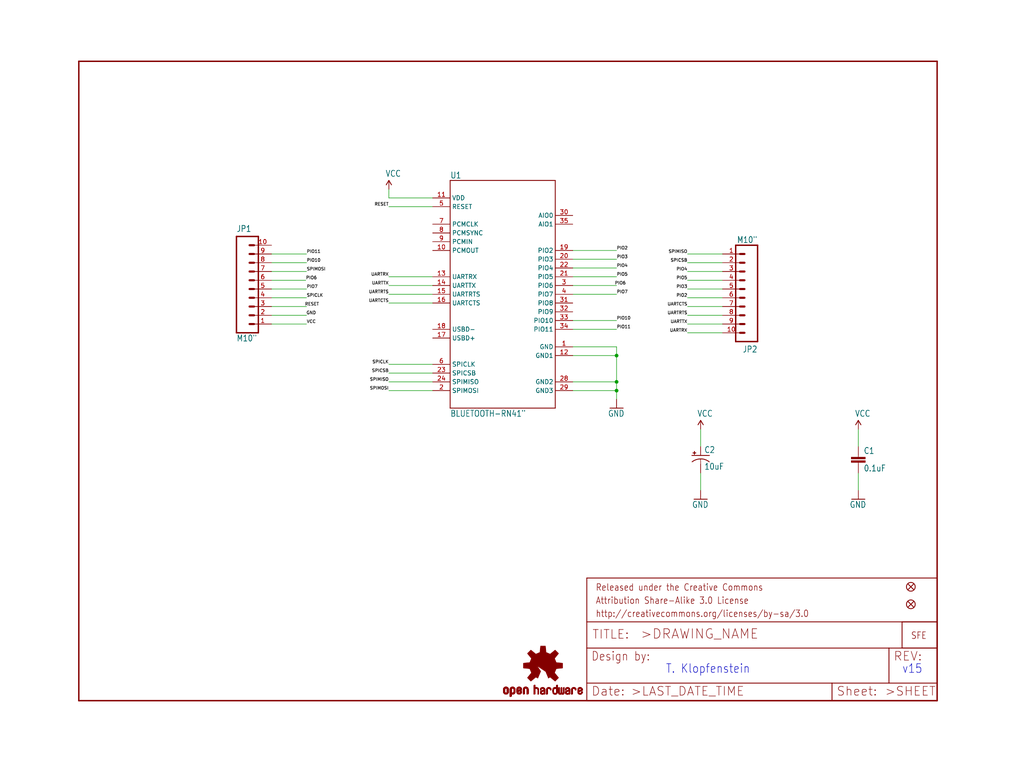
<source format=kicad_sch>
(kicad_sch (version 20211123) (generator eeschema)
  (paper "User" 297.002 223.926)
  (lib_symbols
    (symbol "schematicEagle-eagle-import:BLUETOOTH-RN41{dblquote}"
      (property "Value" "BLUETOOTH-RN41{dblquote}" (at -15.24 -35.56 0))
      (symbol "BLUETOOTH-RN41{dblquote}_1_0"
        (pin bidirectional line (at 20.32 -15.24 180) (length 5.08) (name "GND") (number "1"))
        (pin bidirectional line (at -20.32 12.7 0) (length 5.08) (name "PCMOUT") (number "10"))
        (pin bidirectional line (at -20.32 27.94 0) (length 5.08) (name "VDD") (number "11"))
        (pin bidirectional line (at 20.32 -17.78 180) (length 5.08) (name "GND1") (number "12"))
        (pin bidirectional line (at -20.32 5.08 0) (length 5.08) (name "UARTRX") (number "13"))
        (pin bidirectional line (at -20.32 2.54 0) (length 5.08) (name "UARTTX") (number "14"))
        (pin bidirectional line (at -20.32 0 0) (length 5.08) (name "UARTRTS") (number "15"))
        (pin bidirectional line (at -20.32 -2.54 0) (length 5.08) (name "UARTCTS") (number "16"))
        (pin bidirectional line (at -20.32 -12.7 0) (length 5.08) (name "USBD+") (number "17"))
        (pin bidirectional line (at -20.32 -10.16 0) (length 5.08) (name "USBD-") (number "18"))
        (pin bidirectional line (at 20.32 12.7 180) (length 5.08) (name "PIO2") (number "19"))
        (pin bidirectional line (at -20.32 -27.94 0) (length 5.08) (name "SPIMOSI") (number "2"))
        (pin bidirectional line (at 20.32 10.16 180) (length 5.08) (name "PIO3") (number "20"))
        (pin bidirectional line (at 20.32 5.08 180) (length 5.08) (name "PIO5") (number "21"))
        (pin bidirectional line (at 20.32 7.62 180) (length 5.08) (name "PIO4") (number "22"))
        (pin bidirectional line (at -20.32 -22.86 0) (length 5.08) (name "SPICSB") (number "23"))
        (pin bidirectional line (at -20.32 -25.4 0) (length 5.08) (name "SPIMISO") (number "24"))
        (pin bidirectional line (at 20.32 -25.4 180) (length 5.08) (name "GND2") (number "28"))
        (pin bidirectional line (at 20.32 -27.94 180) (length 5.08) (name "GND3") (number "29"))
        (pin bidirectional line (at 20.32 2.54 180) (length 5.08) (name "PIO6") (number "3"))
        (pin bidirectional line (at 20.32 22.86 180) (length 5.08) (name "AIO0") (number "30"))
        (pin bidirectional line (at 20.32 -2.54 180) (length 5.08) (name "PIO8") (number "31"))
        (pin bidirectional line (at 20.32 -5.08 180) (length 5.08) (name "PIO9") (number "32"))
        (pin bidirectional line (at 20.32 -7.62 180) (length 5.08) (name "PIO10") (number "33"))
        (pin bidirectional line (at 20.32 -10.16 180) (length 5.08) (name "PIO11") (number "34"))
        (pin bidirectional line (at 20.32 20.32 180) (length 5.08) (name "AIO1") (number "35"))
        (pin bidirectional line (at 20.32 0 180) (length 5.08) (name "PIO7") (number "4"))
        (pin bidirectional line (at -20.32 25.4 0) (length 5.08) (name "RESET") (number "5"))
        (pin bidirectional line (at -20.32 -20.32 0) (length 5.08) (name "SPICLK") (number "6"))
        (pin bidirectional line (at -20.32 20.32 0) (length 5.08) (name "PCMCLK") (number "7"))
        (pin bidirectional line (at -20.32 17.78 0) (length 5.08) (name "PCMSYNC") (number "8"))
        (pin bidirectional line (at -20.32 15.24 0) (length 5.08) (name "PCMIN") (number "9"))
      )
    )
    (symbol "schematicEagle-eagle-import:CAP0603-CAP"
      (property "Reference" "C" (at 1.524 2.921 0))
      (property "Value" "CAP0603-CAP" (at 1.524 -2.159 0))
      (symbol "CAP0603-CAP_1_0"
        (pin passive line (at 0 5.08 270) (length 2.54) (name "1") (number "1"))
        (pin passive line (at 0 -2.54 90) (length 2.54) (name "2") (number "2"))
      )
    )
    (symbol "schematicEagle-eagle-import:CAP_POL1206"
      (property "Reference" "C" (at 1.016 0.635 0))
      (property "Value" "CAP_POL1206" (at 1.016 -4.191 0))
      (symbol "CAP_POL1206_1_0"
        (pin passive line (at 0 2.54 270) (length 2.54) (name "+") (number "A"))
        (pin passive line (at 0 -5.08 90) (length 2.54) (name "-") (number "C"))
      )
    )
    (symbol "schematicEagle-eagle-import:FIDUCIALUFIDUCIAL")
    (symbol "schematicEagle-eagle-import:FRAME-LETTER"
      (symbol "FRAME-LETTER_2_0"
        (text ">DRAWING_NAME" (at 15.494 17.78 0) (effects (font (size 2.7432 2.7432)) (justify left bottom)))
        (text ">LAST_DATE_TIME" (at 12.7 1.27 0) (effects (font (size 2.54 2.54)) (justify left bottom)))
        (text ">SHEET" (at 86.36 1.27 0) (effects (font (size 2.54 2.54)) (justify left bottom)))
        (text "Attribution Share-Alike 3.0 License" (at 2.54 27.94 0) (effects (font (size 1.9304 1.6408)) (justify left bottom)))
        (text "Date:" (at 1.27 1.27 0) (effects (font (size 2.54 2.54)) (justify left bottom)))
        (text "Design by:" (at 1.27 11.43 0) (effects (font (size 2.54 2.159)) (justify left bottom)))
        (text "http://creativecommons.org/licenses/by-sa/3.0" (at 2.54 24.13 0) (effects (font (size 1.9304 1.6408)) (justify left bottom)))
        (text "Released under the Creative Commons" (at 2.54 31.75 0) (effects (font (size 1.9304 1.6408)) (justify left bottom)))
        (text "REV:" (at 88.9 11.43 0) (effects (font (size 2.54 2.54)) (justify left bottom)))
        (text "Sheet:" (at 72.39 1.27 0) (effects (font (size 2.54 2.54)) (justify left bottom)))
        (text "TITLE:" (at 1.524 17.78 0) (effects (font (size 2.54 2.54)) (justify left bottom)))
      )
    )
    (symbol "schematicEagle-eagle-import:GND" (power)
      (property "Value" "GND" (at -2.54 -2.54 0))
      (symbol "GND_1_0"
        (pin power_in line (at 0 2.54 270) (length 2.54) (name "GND") (number "1"))
      )
    )
    (symbol "schematicEagle-eagle-import:LOGO-SFENEW"
      (symbol "LOGO-SFENEW_1_0"
        (text "SFE" (at 0 0 0) (effects (font (size 1.9304 1.6408)) (justify left bottom)))
      )
    )
    (symbol "schematicEagle-eagle-import:M10{dblquote}"
      (property "Reference" "JP" (at 0 8.89 0))
      (property "Value" "M10{dblquote}" (at 0 -22.86 0))
      (symbol "M10{dblquote}_1_0"
        (pin passive line (at 10.16 -17.78 180) (length 5.08) (name "1") (number "1"))
        (pin passive line (at 10.16 5.08 180) (length 5.08) (name "10") (number "10"))
        (pin passive line (at 10.16 -15.24 180) (length 5.08) (name "2") (number "2"))
        (pin passive line (at 10.16 -12.7 180) (length 5.08) (name "3") (number "3"))
        (pin passive line (at 10.16 -10.16 180) (length 5.08) (name "4") (number "4"))
        (pin passive line (at 10.16 -7.62 180) (length 5.08) (name "5") (number "5"))
        (pin passive line (at 10.16 -5.08 180) (length 5.08) (name "6") (number "6"))
        (pin passive line (at 10.16 -2.54 180) (length 5.08) (name "7") (number "7"))
        (pin passive line (at 10.16 0 180) (length 5.08) (name "8") (number "8"))
        (pin passive line (at 10.16 2.54 180) (length 5.08) (name "9") (number "9"))
      )
    )
    (symbol "schematicEagle-eagle-import:OSHW-LOGOS")
    (symbol "schematicEagle-eagle-import:VCC" (power)
      (property "Value" "VCC" (at -1.016 3.556 0))
      (symbol "VCC_1_0"
        (pin power_in line (at 0 0 90) (length 2.54) (name "VCC") (number "1"))
      )
    )
  )
  (junction (at 178.816 113.284))
  (junction (at 178.816 103.124))
  (junction (at 178.816 110.744))
  (wire (pts (xy 125.476 110.744) (xy 112.776 110.744)))
  (wire (pts (xy 125.476 108.204) (xy 112.776 108.204)))
  (wire (pts (xy 209.55 96.52) (xy 199.39 96.52)))
  (wire (pts (xy 209.55 81.28) (xy 199.39 81.28)))
  (wire (pts (xy 209.55 86.36) (xy 199.39 86.36)))
  (wire (pts (xy 125.476 59.944) (xy 112.776 59.944)))
  (wire (pts (xy 78.74 86.36) (xy 88.9 86.36)))
  (wire (pts (xy 125.476 87.884) (xy 112.776 87.884)))
  (wire (pts (xy 209.55 73.66) (xy 199.39 73.66)))
  (wire (pts (xy 125.476 113.284) (xy 112.776 113.284)))
  (wire (pts (xy 166.116 100.584) (xy 178.816 100.584)))
  (wire (pts (xy 166.116 75.184) (xy 178.816 75.184)))
  (wire (pts (xy 166.116 77.724) (xy 178.816 77.724)))
  (wire (pts (xy 209.55 88.9) (xy 199.39 88.9)))
  (wire (pts (xy 125.476 105.664) (xy 112.776 105.664)))
  (wire (pts (xy 166.116 103.124) (xy 178.816 103.124)))
  (wire (pts (xy 178.816 100.584) (xy 178.816 103.124)))
  (wire (pts (xy 166.116 82.804) (xy 178.816 82.804)))
  (wire (pts (xy 78.74 91.44) (xy 88.9 91.44)))
  (wire (pts (xy 209.55 76.2) (xy 199.39 76.2)))
  (wire (pts (xy 209.55 78.74) (xy 199.39 78.74)))
  (wire (pts (xy 166.116 113.284) (xy 178.816 113.284)))
  (wire (pts (xy 112.776 57.404) (xy 112.776 54.864)))
  (wire (pts (xy 209.55 93.98) (xy 199.39 93.98)))
  (wire (pts (xy 125.476 57.404) (xy 112.776 57.404)))
  (wire (pts (xy 203.2 124.46) (xy 203.2 129.54)))
  (wire (pts (xy 166.116 72.644) (xy 178.816 72.644)))
  (wire (pts (xy 178.816 110.744) (xy 178.816 113.284)))
  (wire (pts (xy 78.74 83.82) (xy 88.9 83.82)))
  (wire (pts (xy 78.74 73.66) (xy 88.9 73.66)))
  (wire (pts (xy 178.816 113.284) (xy 178.816 115.824)))
  (wire (pts (xy 248.92 137.16) (xy 248.92 142.24)))
  (wire (pts (xy 125.476 85.344) (xy 112.776 85.344)))
  (wire (pts (xy 78.74 78.74) (xy 88.9 78.74)))
  (wire (pts (xy 209.55 91.44) (xy 199.39 91.44)))
  (wire (pts (xy 125.476 80.264) (xy 112.776 80.264)))
  (wire (pts (xy 178.816 103.124) (xy 178.816 110.744)))
  (wire (pts (xy 203.2 137.16) (xy 203.2 142.24)))
  (wire (pts (xy 166.116 85.344) (xy 178.816 85.344)))
  (wire (pts (xy 166.116 80.264) (xy 178.816 80.264)))
  (wire (pts (xy 78.74 76.2) (xy 88.9 76.2)))
  (wire (pts (xy 166.116 95.504) (xy 178.816 95.504)))
  (wire (pts (xy 78.74 93.98) (xy 88.9 93.98)))
  (wire (pts (xy 248.92 124.46) (xy 248.92 129.54)))
  (wire (pts (xy 78.74 81.28) (xy 88.6714 81.28)))
  (wire (pts (xy 209.55 83.82) (xy 199.39 83.82)))
  (wire (pts (xy 125.476 82.804) (xy 112.776 82.804)))
  (wire (pts (xy 166.116 110.744) (xy 178.816 110.744)))
  (wire (pts (xy 78.74 88.9) (xy 88.9 88.9)))
  (wire (pts (xy 166.116 92.964) (xy 178.816 92.964)))
  (text "v15" (at 261.62 195.58 180) (effects (font (size 2.54 2.159)) (justify left bottom)))
  (text "T. Klopfenstein" (at 193.04 195.58 180) (effects (font (size 2.54 2.159)) (justify left bottom)))
  (label "SPICLK" (at 88.9 86.36 0) (effects (font (size 0.889 0.889))))
  (label "RESET" (at 88.3666 88.9 0) (effects (font (size 0.889 0.889))))
  (label "PIO11" (at 178.816 95.504 0) (effects (font (size 0.889 0.889))))
  (label "PIO4" (at 178.816 77.724 0) (effects (font (size 0.889 0.889))))
  (label "PIO11" (at 88.9 73.66 0) (effects (font (size 0.889 0.889))))
  (label "PIO7" (at 88.9 83.82 0) (effects (font (size 0.889 0.889))))
  (label "PIO6" (at 178.2572 82.804 0) (effects (font (size 0.889 0.889))))
  (label "UARTRX" (at 199.39 96.52 180) (effects (font (size 0.889 0.889))))
  (label "UARTCTS" (at 199.39 88.9 180) (effects (font (size 0.889 0.889))))
  (label "SPICSB" (at 112.776 108.204 180) (effects (font (size 0.889 0.889))))
  (label "UARTRTS" (at 199.39 91.44 180) (effects (font (size 0.889 0.889))))
  (label "SPIMISO" (at 199.39 73.66 180) (effects (font (size 0.889 0.889))))
  (label "PIO5" (at 199.39 81.28 180) (effects (font (size 0.889 0.889))))
  (label "SPICLK" (at 112.776 105.664 180) (effects (font (size 0.889 0.889))))
  (label "PIO5" (at 178.816 80.264 0) (effects (font (size 0.889 0.889))))
  (label "UARTRTS" (at 112.776 85.344 180) (effects (font (size 0.889 0.889))))
  (label "UARTCTS" (at 112.776 87.884 180) (effects (font (size 0.889 0.889))))
  (label "SPIMOSI" (at 112.776 113.284 180) (effects (font (size 0.889 0.889))))
  (label "UARTTX" (at 112.776 82.804 180) (effects (font (size 0.889 0.889))))
  (label "PIO10" (at 178.816 92.964 0) (effects (font (size 0.889 0.889))))
  (label "UARTRX" (at 112.776 80.264 180) (effects (font (size 0.889 0.889))))
  (label "PIO2" (at 178.816 72.644 0) (effects (font (size 0.889 0.889))))
  (label "VCC" (at 88.9 93.98 0) (effects (font (size 0.889 0.889))))
  (label "PIO6" (at 88.6714 81.28 0) (effects (font (size 0.889 0.889))))
  (label "SPICSB" (at 199.39 76.2 180) (effects (font (size 0.889 0.889))))
  (label "PIO7" (at 178.816 85.344 0) (effects (font (size 0.889 0.889))))
  (label "UARTTX" (at 199.39 93.98 180) (effects (font (size 0.889 0.889))))
  (label "PIO3" (at 178.816 75.184 0) (effects (font (size 0.889 0.889))))
  (label "PIO4" (at 199.39 78.74 180) (effects (font (size 0.889 0.889))))
  (label "PIO3" (at 199.39 83.82 180) (effects (font (size 0.889 0.889))))
  (label "PIO2" (at 199.39 86.36 180) (effects (font (size 0.889 0.889))))
  (label "GND" (at 88.7984 91.44 0) (effects (font (size 0.889 0.889))))
  (label "PIO10" (at 88.9 76.2 0) (effects (font (size 0.889 0.889))))
  (label "RESET" (at 112.776 59.944 180) (effects (font (size 0.889 0.889))))
  (label "SPIMISO" (at 112.776 110.744 180) (effects (font (size 0.889 0.889))))
  (label "SPIMOSI" (at 88.9 78.74 0) (effects (font (size 0.889 0.889))))
  (symbol (lib_id "schematicEagle-eagle-import:GND") (at 178.816 118.364 0) (unit 1)
    (property "Reference" "#GND1" (effects hide))
    (property "Value" "GND" (at 176.276 120.904 0) (effects (font (size 1.778 1.5113)) (justify left bottom)))
    (property "Footprint" "schematicEagle:" (effects hide))
  )
  (symbol (lib_id "schematicEagle-eagle-import:M10{dblquote}") (at 219.71 91.44 180) (unit 1)
    (property "Reference" "JP2" (at 219.71 100.33 0) (effects (font (size 1.778 1.5113)) (justify left bottom)))
    (property "Value" "M10{dblquote}" (at 219.71 68.58 0) (effects (font (size 1.778 1.5113)) (justify left bottom)))
    (property "Footprint" "schematicEagle:1X10" (effects hide))
  )
  (symbol (lib_id "schematicEagle-eagle-import:M10{dblquote}") (at 68.58 76.2 0) (unit 1)
    (property "Reference" "JP1" (at 68.58 67.31 0) (effects (font (size 1.778 1.5113)) (justify left bottom)))
    (property "Value" "M10{dblquote}" (at 68.58 99.06 0) (effects (font (size 1.778 1.5113)) (justify left bottom)))
    (property "Footprint" "schematicEagle:1X10" (effects hide))
  )
  (symbol (lib_id "schematicEagle-eagle-import:FRAME-LETTER") (at 170.18 203.2 0) (unit 2)
    (property "Reference" "FRAME1" (effects hide))
    (property "Value" "FRAME-LETTER" (effects hide))
    (property "Footprint" "schematicEagle:CREATIVE_COMMONS" (effects hide))
  )
  (symbol (lib_id "schematicEagle-eagle-import:GND") (at 203.2 144.78 0) (unit 1)
    (property "Reference" "#GND3" (effects hide))
    (property "Value" "GND" (at 200.66 147.32 0) (effects (font (size 1.778 1.5113)) (justify left bottom)))
    (property "Footprint" "schematicEagle:" (effects hide))
  )
  (symbol (lib_id "schematicEagle-eagle-import:LOGO-SFENEW") (at 264.16 185.42 0) (unit 1)
    (property "Reference" "U$1" (effects hide))
    (property "Value" "LOGO-SFENEW" (effects hide))
    (property "Footprint" "schematicEagle:SFE-NEW-WEBLOGO" (effects hide))
  )
  (symbol (lib_id "schematicEagle-eagle-import:VCC") (at 203.2 124.46 0) (unit 1)
    (property "Reference" "#P+2" (effects hide))
    (property "Value" "VCC" (at 202.184 120.904 0) (effects (font (size 1.778 1.5113)) (justify left bottom)))
    (property "Footprint" "schematicEagle:" (effects hide))
  )
  (symbol (lib_id "schematicEagle-eagle-import:CAP0603-CAP") (at 248.92 134.62 0) (unit 1)
    (property "Reference" "C1" (at 250.444 131.699 0) (effects (font (size 1.778 1.5113)) (justify left bottom)))
    (property "Value" "0.1uF" (at 250.444 136.779 0) (effects (font (size 1.778 1.5113)) (justify left bottom)))
    (property "Footprint" "schematicEagle:0603-CAP" (effects hide))
  )
  (symbol (lib_id "schematicEagle-eagle-import:GND") (at 248.92 144.78 0) (unit 1)
    (property "Reference" "#GND2" (effects hide))
    (property "Value" "GND" (at 246.38 147.32 0) (effects (font (size 1.778 1.5113)) (justify left bottom)))
    (property "Footprint" "schematicEagle:" (effects hide))
  )
  (symbol (lib_id "schematicEagle-eagle-import:FRAME-LETTER") (at 22.86 203.2 0) (unit 1)
    (property "Reference" "FRAME1" (effects hide))
    (property "Value" "FRAME-LETTER" (effects hide))
    (property "Footprint" "schematicEagle:CREATIVE_COMMONS" (effects hide))
  )
  (symbol (lib_id "schematicEagle-eagle-import:CAP_POL1206") (at 203.2 132.08 0) (unit 1)
    (property "Reference" "C2" (at 204.216 131.445 0) (effects (font (size 1.778 1.5113)) (justify left bottom)))
    (property "Value" "10uF" (at 204.216 136.271 0) (effects (font (size 1.778 1.5113)) (justify left bottom)))
    (property "Footprint" "schematicEagle:EIA3216" (effects hide))
  )
  (symbol (lib_id "schematicEagle-eagle-import:VCC") (at 248.92 124.46 0) (unit 1)
    (property "Reference" "#P+1" (effects hide))
    (property "Value" "VCC" (at 247.904 120.904 0) (effects (font (size 1.778 1.5113)) (justify left bottom)))
    (property "Footprint" "schematicEagle:" (effects hide))
  )
  (symbol (lib_id "schematicEagle-eagle-import:FIDUCIALUFIDUCIAL") (at 264.16 170.18 0) (unit 1)
    (property "Reference" "FID1" (effects hide))
    (property "Value" "FIDUCIALUFIDUCIAL" (effects hide))
    (property "Footprint" "schematicEagle:MICRO-FIDUCIAL" (effects hide))
  )
  (symbol (lib_id "schematicEagle-eagle-import:OSHW-LOGOS") (at 157.48 193.04 0) (unit 1)
    (property "Reference" "LOGO1" (effects hide))
    (property "Value" "OSHW-LOGOS" (effects hide))
    (property "Footprint" "schematicEagle:OSHW-LOGO-S" (effects hide))
  )
  (symbol (lib_id "schematicEagle-eagle-import:VCC") (at 112.776 54.864 0) (unit 1)
    (property "Reference" "#P+3" (effects hide))
    (property "Value" "VCC" (at 111.76 51.308 0) (effects (font (size 1.778 1.5113)) (justify left bottom)))
    (property "Footprint" "schematicEagle:" (effects hide))
  )
  (symbol (lib_id "schematicEagle-eagle-import:FIDUCIALUFIDUCIAL") (at 264.16 175.26 0) (unit 1)
    (property "Reference" "FID2" (effects hide))
    (property "Value" "FIDUCIALUFIDUCIAL" (effects hide))
    (property "Footprint" "schematicEagle:MICRO-FIDUCIAL" (effects hide))
  )
  (symbol (lib_id "schematicEagle-eagle-import:BLUETOOTH-RN41{dblquote}") (at 145.796 85.344 0) (unit 1)
    (property "Reference" "U1" (at 130.556 51.816 0) (effects (font (size 1.778 1.5113)) (justify left bottom)))
    (property "Value" "BLUETOOTH-RN41{dblquote}" (at 130.556 120.904 0) (effects (font (size 1.778 1.5113)) (justify left bottom)))
    (property "Footprint" "schematicEagle:RN41" (effects hide))
  )
)
</source>
